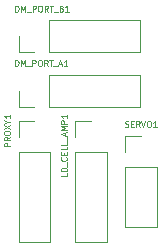
<source format=gbr>
%TF.GenerationSoftware,KiCad,Pcbnew,9.0.0*%
%TF.CreationDate,2025-04-25T12:11:25-04:00*%
%TF.ProjectId,PawPlans,50617750-6c61-46e7-932e-6b696361645f,0.5.0*%
%TF.SameCoordinates,Original*%
%TF.FileFunction,Legend,Top*%
%TF.FilePolarity,Positive*%
%FSLAX46Y46*%
G04 Gerber Fmt 4.6, Leading zero omitted, Abs format (unit mm)*
G04 Created by KiCad (PCBNEW 9.0.0) date 2025-04-25 12:11:25*
%MOMM*%
%LPD*%
G01*
G04 APERTURE LIST*
%ADD10C,0.062500*%
%ADD11C,0.120000*%
G04 APERTURE END LIST*
D10*
X98360165Y-61535559D02*
X98360165Y-61035559D01*
X98360165Y-61035559D02*
X98479213Y-61035559D01*
X98479213Y-61035559D02*
X98550641Y-61059369D01*
X98550641Y-61059369D02*
X98598260Y-61106988D01*
X98598260Y-61106988D02*
X98622070Y-61154607D01*
X98622070Y-61154607D02*
X98645879Y-61249845D01*
X98645879Y-61249845D02*
X98645879Y-61321273D01*
X98645879Y-61321273D02*
X98622070Y-61416511D01*
X98622070Y-61416511D02*
X98598260Y-61464130D01*
X98598260Y-61464130D02*
X98550641Y-61511750D01*
X98550641Y-61511750D02*
X98479213Y-61535559D01*
X98479213Y-61535559D02*
X98360165Y-61535559D01*
X98860165Y-61535559D02*
X98860165Y-61035559D01*
X98860165Y-61035559D02*
X99026832Y-61392702D01*
X99026832Y-61392702D02*
X99193498Y-61035559D01*
X99193498Y-61035559D02*
X99193498Y-61535559D01*
X99312547Y-61583178D02*
X99693499Y-61583178D01*
X99812546Y-61535559D02*
X99812546Y-61035559D01*
X99812546Y-61035559D02*
X100003022Y-61035559D01*
X100003022Y-61035559D02*
X100050641Y-61059369D01*
X100050641Y-61059369D02*
X100074451Y-61083178D01*
X100074451Y-61083178D02*
X100098260Y-61130797D01*
X100098260Y-61130797D02*
X100098260Y-61202226D01*
X100098260Y-61202226D02*
X100074451Y-61249845D01*
X100074451Y-61249845D02*
X100050641Y-61273654D01*
X100050641Y-61273654D02*
X100003022Y-61297464D01*
X100003022Y-61297464D02*
X99812546Y-61297464D01*
X100407784Y-61035559D02*
X100503022Y-61035559D01*
X100503022Y-61035559D02*
X100550641Y-61059369D01*
X100550641Y-61059369D02*
X100598260Y-61106988D01*
X100598260Y-61106988D02*
X100622070Y-61202226D01*
X100622070Y-61202226D02*
X100622070Y-61368892D01*
X100622070Y-61368892D02*
X100598260Y-61464130D01*
X100598260Y-61464130D02*
X100550641Y-61511750D01*
X100550641Y-61511750D02*
X100503022Y-61535559D01*
X100503022Y-61535559D02*
X100407784Y-61535559D01*
X100407784Y-61535559D02*
X100360165Y-61511750D01*
X100360165Y-61511750D02*
X100312546Y-61464130D01*
X100312546Y-61464130D02*
X100288737Y-61368892D01*
X100288737Y-61368892D02*
X100288737Y-61202226D01*
X100288737Y-61202226D02*
X100312546Y-61106988D01*
X100312546Y-61106988D02*
X100360165Y-61059369D01*
X100360165Y-61059369D02*
X100407784Y-61035559D01*
X101122070Y-61535559D02*
X100955404Y-61297464D01*
X100836356Y-61535559D02*
X100836356Y-61035559D01*
X100836356Y-61035559D02*
X101026832Y-61035559D01*
X101026832Y-61035559D02*
X101074451Y-61059369D01*
X101074451Y-61059369D02*
X101098261Y-61083178D01*
X101098261Y-61083178D02*
X101122070Y-61130797D01*
X101122070Y-61130797D02*
X101122070Y-61202226D01*
X101122070Y-61202226D02*
X101098261Y-61249845D01*
X101098261Y-61249845D02*
X101074451Y-61273654D01*
X101074451Y-61273654D02*
X101026832Y-61297464D01*
X101026832Y-61297464D02*
X100836356Y-61297464D01*
X101264928Y-61035559D02*
X101550642Y-61035559D01*
X101407785Y-61535559D02*
X101407785Y-61035559D01*
X101598261Y-61583178D02*
X101979213Y-61583178D01*
X102074451Y-61392702D02*
X102312546Y-61392702D01*
X102026832Y-61535559D02*
X102193498Y-61035559D01*
X102193498Y-61035559D02*
X102360165Y-61535559D01*
X102788736Y-61535559D02*
X102503022Y-61535559D01*
X102645879Y-61535559D02*
X102645879Y-61035559D01*
X102645879Y-61035559D02*
X102598260Y-61106988D01*
X102598260Y-61106988D02*
X102550641Y-61154607D01*
X102550641Y-61154607D02*
X102503022Y-61178416D01*
X98380165Y-56935559D02*
X98380165Y-56435559D01*
X98380165Y-56435559D02*
X98499213Y-56435559D01*
X98499213Y-56435559D02*
X98570641Y-56459369D01*
X98570641Y-56459369D02*
X98618260Y-56506988D01*
X98618260Y-56506988D02*
X98642070Y-56554607D01*
X98642070Y-56554607D02*
X98665879Y-56649845D01*
X98665879Y-56649845D02*
X98665879Y-56721273D01*
X98665879Y-56721273D02*
X98642070Y-56816511D01*
X98642070Y-56816511D02*
X98618260Y-56864130D01*
X98618260Y-56864130D02*
X98570641Y-56911750D01*
X98570641Y-56911750D02*
X98499213Y-56935559D01*
X98499213Y-56935559D02*
X98380165Y-56935559D01*
X98880165Y-56935559D02*
X98880165Y-56435559D01*
X98880165Y-56435559D02*
X99046832Y-56792702D01*
X99046832Y-56792702D02*
X99213498Y-56435559D01*
X99213498Y-56435559D02*
X99213498Y-56935559D01*
X99332547Y-56983178D02*
X99713499Y-56983178D01*
X99832546Y-56935559D02*
X99832546Y-56435559D01*
X99832546Y-56435559D02*
X100023022Y-56435559D01*
X100023022Y-56435559D02*
X100070641Y-56459369D01*
X100070641Y-56459369D02*
X100094451Y-56483178D01*
X100094451Y-56483178D02*
X100118260Y-56530797D01*
X100118260Y-56530797D02*
X100118260Y-56602226D01*
X100118260Y-56602226D02*
X100094451Y-56649845D01*
X100094451Y-56649845D02*
X100070641Y-56673654D01*
X100070641Y-56673654D02*
X100023022Y-56697464D01*
X100023022Y-56697464D02*
X99832546Y-56697464D01*
X100427784Y-56435559D02*
X100523022Y-56435559D01*
X100523022Y-56435559D02*
X100570641Y-56459369D01*
X100570641Y-56459369D02*
X100618260Y-56506988D01*
X100618260Y-56506988D02*
X100642070Y-56602226D01*
X100642070Y-56602226D02*
X100642070Y-56768892D01*
X100642070Y-56768892D02*
X100618260Y-56864130D01*
X100618260Y-56864130D02*
X100570641Y-56911750D01*
X100570641Y-56911750D02*
X100523022Y-56935559D01*
X100523022Y-56935559D02*
X100427784Y-56935559D01*
X100427784Y-56935559D02*
X100380165Y-56911750D01*
X100380165Y-56911750D02*
X100332546Y-56864130D01*
X100332546Y-56864130D02*
X100308737Y-56768892D01*
X100308737Y-56768892D02*
X100308737Y-56602226D01*
X100308737Y-56602226D02*
X100332546Y-56506988D01*
X100332546Y-56506988D02*
X100380165Y-56459369D01*
X100380165Y-56459369D02*
X100427784Y-56435559D01*
X101142070Y-56935559D02*
X100975404Y-56697464D01*
X100856356Y-56935559D02*
X100856356Y-56435559D01*
X100856356Y-56435559D02*
X101046832Y-56435559D01*
X101046832Y-56435559D02*
X101094451Y-56459369D01*
X101094451Y-56459369D02*
X101118261Y-56483178D01*
X101118261Y-56483178D02*
X101142070Y-56530797D01*
X101142070Y-56530797D02*
X101142070Y-56602226D01*
X101142070Y-56602226D02*
X101118261Y-56649845D01*
X101118261Y-56649845D02*
X101094451Y-56673654D01*
X101094451Y-56673654D02*
X101046832Y-56697464D01*
X101046832Y-56697464D02*
X100856356Y-56697464D01*
X101284928Y-56435559D02*
X101570642Y-56435559D01*
X101427785Y-56935559D02*
X101427785Y-56435559D01*
X101618261Y-56983178D02*
X101999213Y-56983178D01*
X102284927Y-56673654D02*
X102356355Y-56697464D01*
X102356355Y-56697464D02*
X102380165Y-56721273D01*
X102380165Y-56721273D02*
X102403974Y-56768892D01*
X102403974Y-56768892D02*
X102403974Y-56840321D01*
X102403974Y-56840321D02*
X102380165Y-56887940D01*
X102380165Y-56887940D02*
X102356355Y-56911750D01*
X102356355Y-56911750D02*
X102308736Y-56935559D01*
X102308736Y-56935559D02*
X102118260Y-56935559D01*
X102118260Y-56935559D02*
X102118260Y-56435559D01*
X102118260Y-56435559D02*
X102284927Y-56435559D01*
X102284927Y-56435559D02*
X102332546Y-56459369D01*
X102332546Y-56459369D02*
X102356355Y-56483178D01*
X102356355Y-56483178D02*
X102380165Y-56530797D01*
X102380165Y-56530797D02*
X102380165Y-56578416D01*
X102380165Y-56578416D02*
X102356355Y-56626035D01*
X102356355Y-56626035D02*
X102332546Y-56649845D01*
X102332546Y-56649845D02*
X102284927Y-56673654D01*
X102284927Y-56673654D02*
X102118260Y-56673654D01*
X102880165Y-56935559D02*
X102594451Y-56935559D01*
X102737308Y-56935559D02*
X102737308Y-56435559D01*
X102737308Y-56435559D02*
X102689689Y-56506988D01*
X102689689Y-56506988D02*
X102642070Y-56554607D01*
X102642070Y-56554607D02*
X102594451Y-56578416D01*
X102735559Y-70613736D02*
X102735559Y-70851831D01*
X102735559Y-70851831D02*
X102235559Y-70851831D01*
X102735559Y-70447069D02*
X102235559Y-70447069D01*
X102235559Y-70447069D02*
X102235559Y-70328021D01*
X102235559Y-70328021D02*
X102259369Y-70256593D01*
X102259369Y-70256593D02*
X102306988Y-70208974D01*
X102306988Y-70208974D02*
X102354607Y-70185164D01*
X102354607Y-70185164D02*
X102449845Y-70161355D01*
X102449845Y-70161355D02*
X102521273Y-70161355D01*
X102521273Y-70161355D02*
X102616511Y-70185164D01*
X102616511Y-70185164D02*
X102664130Y-70208974D01*
X102664130Y-70208974D02*
X102711750Y-70256593D01*
X102711750Y-70256593D02*
X102735559Y-70328021D01*
X102735559Y-70328021D02*
X102735559Y-70447069D01*
X102783178Y-70066117D02*
X102783178Y-69685164D01*
X102687940Y-69280403D02*
X102711750Y-69304212D01*
X102711750Y-69304212D02*
X102735559Y-69375641D01*
X102735559Y-69375641D02*
X102735559Y-69423260D01*
X102735559Y-69423260D02*
X102711750Y-69494688D01*
X102711750Y-69494688D02*
X102664130Y-69542307D01*
X102664130Y-69542307D02*
X102616511Y-69566117D01*
X102616511Y-69566117D02*
X102521273Y-69589926D01*
X102521273Y-69589926D02*
X102449845Y-69589926D01*
X102449845Y-69589926D02*
X102354607Y-69566117D01*
X102354607Y-69566117D02*
X102306988Y-69542307D01*
X102306988Y-69542307D02*
X102259369Y-69494688D01*
X102259369Y-69494688D02*
X102235559Y-69423260D01*
X102235559Y-69423260D02*
X102235559Y-69375641D01*
X102235559Y-69375641D02*
X102259369Y-69304212D01*
X102259369Y-69304212D02*
X102283178Y-69280403D01*
X102473654Y-69066117D02*
X102473654Y-68899450D01*
X102735559Y-68828022D02*
X102735559Y-69066117D01*
X102735559Y-69066117D02*
X102235559Y-69066117D01*
X102235559Y-69066117D02*
X102235559Y-68828022D01*
X102735559Y-68375641D02*
X102735559Y-68613736D01*
X102735559Y-68613736D02*
X102235559Y-68613736D01*
X102735559Y-67970879D02*
X102735559Y-68208974D01*
X102735559Y-68208974D02*
X102235559Y-68208974D01*
X102783178Y-67923260D02*
X102783178Y-67542307D01*
X102592702Y-67447069D02*
X102592702Y-67208974D01*
X102735559Y-67494688D02*
X102235559Y-67328022D01*
X102235559Y-67328022D02*
X102735559Y-67161355D01*
X102735559Y-66994689D02*
X102235559Y-66994689D01*
X102235559Y-66994689D02*
X102592702Y-66828022D01*
X102592702Y-66828022D02*
X102235559Y-66661356D01*
X102235559Y-66661356D02*
X102735559Y-66661356D01*
X102735559Y-66423260D02*
X102235559Y-66423260D01*
X102235559Y-66423260D02*
X102235559Y-66232784D01*
X102235559Y-66232784D02*
X102259369Y-66185165D01*
X102259369Y-66185165D02*
X102283178Y-66161355D01*
X102283178Y-66161355D02*
X102330797Y-66137546D01*
X102330797Y-66137546D02*
X102402226Y-66137546D01*
X102402226Y-66137546D02*
X102449845Y-66161355D01*
X102449845Y-66161355D02*
X102473654Y-66185165D01*
X102473654Y-66185165D02*
X102497464Y-66232784D01*
X102497464Y-66232784D02*
X102497464Y-66423260D01*
X102735559Y-65661355D02*
X102735559Y-65947069D01*
X102735559Y-65804212D02*
X102235559Y-65804212D01*
X102235559Y-65804212D02*
X102306988Y-65851831D01*
X102306988Y-65851831D02*
X102354607Y-65899450D01*
X102354607Y-65899450D02*
X102378416Y-65947069D01*
X107666667Y-66674250D02*
X107738095Y-66698059D01*
X107738095Y-66698059D02*
X107857143Y-66698059D01*
X107857143Y-66698059D02*
X107904762Y-66674250D01*
X107904762Y-66674250D02*
X107928571Y-66650440D01*
X107928571Y-66650440D02*
X107952381Y-66602821D01*
X107952381Y-66602821D02*
X107952381Y-66555202D01*
X107952381Y-66555202D02*
X107928571Y-66507583D01*
X107928571Y-66507583D02*
X107904762Y-66483773D01*
X107904762Y-66483773D02*
X107857143Y-66459964D01*
X107857143Y-66459964D02*
X107761905Y-66436154D01*
X107761905Y-66436154D02*
X107714286Y-66412345D01*
X107714286Y-66412345D02*
X107690476Y-66388535D01*
X107690476Y-66388535D02*
X107666667Y-66340916D01*
X107666667Y-66340916D02*
X107666667Y-66293297D01*
X107666667Y-66293297D02*
X107690476Y-66245678D01*
X107690476Y-66245678D02*
X107714286Y-66221869D01*
X107714286Y-66221869D02*
X107761905Y-66198059D01*
X107761905Y-66198059D02*
X107880952Y-66198059D01*
X107880952Y-66198059D02*
X107952381Y-66221869D01*
X108166666Y-66436154D02*
X108333333Y-66436154D01*
X108404761Y-66698059D02*
X108166666Y-66698059D01*
X108166666Y-66698059D02*
X108166666Y-66198059D01*
X108166666Y-66198059D02*
X108404761Y-66198059D01*
X108904761Y-66698059D02*
X108738095Y-66459964D01*
X108619047Y-66698059D02*
X108619047Y-66198059D01*
X108619047Y-66198059D02*
X108809523Y-66198059D01*
X108809523Y-66198059D02*
X108857142Y-66221869D01*
X108857142Y-66221869D02*
X108880952Y-66245678D01*
X108880952Y-66245678D02*
X108904761Y-66293297D01*
X108904761Y-66293297D02*
X108904761Y-66364726D01*
X108904761Y-66364726D02*
X108880952Y-66412345D01*
X108880952Y-66412345D02*
X108857142Y-66436154D01*
X108857142Y-66436154D02*
X108809523Y-66459964D01*
X108809523Y-66459964D02*
X108619047Y-66459964D01*
X109047619Y-66198059D02*
X109214285Y-66698059D01*
X109214285Y-66698059D02*
X109380952Y-66198059D01*
X109642856Y-66198059D02*
X109738094Y-66198059D01*
X109738094Y-66198059D02*
X109785713Y-66221869D01*
X109785713Y-66221869D02*
X109833332Y-66269488D01*
X109833332Y-66269488D02*
X109857142Y-66364726D01*
X109857142Y-66364726D02*
X109857142Y-66531392D01*
X109857142Y-66531392D02*
X109833332Y-66626630D01*
X109833332Y-66626630D02*
X109785713Y-66674250D01*
X109785713Y-66674250D02*
X109738094Y-66698059D01*
X109738094Y-66698059D02*
X109642856Y-66698059D01*
X109642856Y-66698059D02*
X109595237Y-66674250D01*
X109595237Y-66674250D02*
X109547618Y-66626630D01*
X109547618Y-66626630D02*
X109523809Y-66531392D01*
X109523809Y-66531392D02*
X109523809Y-66364726D01*
X109523809Y-66364726D02*
X109547618Y-66269488D01*
X109547618Y-66269488D02*
X109595237Y-66221869D01*
X109595237Y-66221869D02*
X109642856Y-66198059D01*
X110333333Y-66698059D02*
X110047619Y-66698059D01*
X110190476Y-66698059D02*
X110190476Y-66198059D01*
X110190476Y-66198059D02*
X110142857Y-66269488D01*
X110142857Y-66269488D02*
X110095238Y-66317107D01*
X110095238Y-66317107D02*
X110047619Y-66340916D01*
X97935559Y-68351831D02*
X97435559Y-68351831D01*
X97435559Y-68351831D02*
X97435559Y-68161355D01*
X97435559Y-68161355D02*
X97459369Y-68113736D01*
X97459369Y-68113736D02*
X97483178Y-68089926D01*
X97483178Y-68089926D02*
X97530797Y-68066117D01*
X97530797Y-68066117D02*
X97602226Y-68066117D01*
X97602226Y-68066117D02*
X97649845Y-68089926D01*
X97649845Y-68089926D02*
X97673654Y-68113736D01*
X97673654Y-68113736D02*
X97697464Y-68161355D01*
X97697464Y-68161355D02*
X97697464Y-68351831D01*
X97935559Y-67566117D02*
X97697464Y-67732783D01*
X97935559Y-67851831D02*
X97435559Y-67851831D01*
X97435559Y-67851831D02*
X97435559Y-67661355D01*
X97435559Y-67661355D02*
X97459369Y-67613736D01*
X97459369Y-67613736D02*
X97483178Y-67589926D01*
X97483178Y-67589926D02*
X97530797Y-67566117D01*
X97530797Y-67566117D02*
X97602226Y-67566117D01*
X97602226Y-67566117D02*
X97649845Y-67589926D01*
X97649845Y-67589926D02*
X97673654Y-67613736D01*
X97673654Y-67613736D02*
X97697464Y-67661355D01*
X97697464Y-67661355D02*
X97697464Y-67851831D01*
X97435559Y-67256593D02*
X97435559Y-67161355D01*
X97435559Y-67161355D02*
X97459369Y-67113736D01*
X97459369Y-67113736D02*
X97506988Y-67066117D01*
X97506988Y-67066117D02*
X97602226Y-67042307D01*
X97602226Y-67042307D02*
X97768892Y-67042307D01*
X97768892Y-67042307D02*
X97864130Y-67066117D01*
X97864130Y-67066117D02*
X97911750Y-67113736D01*
X97911750Y-67113736D02*
X97935559Y-67161355D01*
X97935559Y-67161355D02*
X97935559Y-67256593D01*
X97935559Y-67256593D02*
X97911750Y-67304212D01*
X97911750Y-67304212D02*
X97864130Y-67351831D01*
X97864130Y-67351831D02*
X97768892Y-67375640D01*
X97768892Y-67375640D02*
X97602226Y-67375640D01*
X97602226Y-67375640D02*
X97506988Y-67351831D01*
X97506988Y-67351831D02*
X97459369Y-67304212D01*
X97459369Y-67304212D02*
X97435559Y-67256593D01*
X97435559Y-66875640D02*
X97935559Y-66542307D01*
X97435559Y-66542307D02*
X97935559Y-66875640D01*
X97697464Y-66256593D02*
X97935559Y-66256593D01*
X97435559Y-66423259D02*
X97697464Y-66256593D01*
X97697464Y-66256593D02*
X97435559Y-66089926D01*
X97935559Y-65661355D02*
X97935559Y-65947069D01*
X97935559Y-65804212D02*
X97435559Y-65804212D01*
X97435559Y-65804212D02*
X97506988Y-65851831D01*
X97506988Y-65851831D02*
X97554607Y-65899450D01*
X97554607Y-65899450D02*
X97578416Y-65947069D01*
D11*
%TO.C,DM_PORT_A1*%
X98670000Y-64980000D02*
X98670000Y-63650000D01*
X100000000Y-64980000D02*
X98670000Y-64980000D01*
X101270000Y-62320000D02*
X108950000Y-62320000D01*
X101270000Y-64980000D02*
X101270000Y-62320000D01*
X101270000Y-64980000D02*
X108950000Y-64980000D01*
X108950000Y-64980000D02*
X108950000Y-62320000D01*
%TO.C,DM_PORT_B1*%
X98670000Y-60330000D02*
X98670000Y-59000000D01*
X100000000Y-60330000D02*
X98670000Y-60330000D01*
X101270000Y-57670000D02*
X108950000Y-57670000D01*
X101270000Y-60330000D02*
X101270000Y-57670000D01*
X101270000Y-60330000D02*
X108950000Y-60330000D01*
X108950000Y-60330000D02*
X108950000Y-57670000D01*
%TO.C,LD_CELL_AMP1*%
X103470000Y-66195000D02*
X104800000Y-66195000D01*
X103470000Y-67525000D02*
X103470000Y-66195000D01*
X103470000Y-68795000D02*
X103470000Y-76475000D01*
X103470000Y-68795000D02*
X106130000Y-68795000D01*
X103470000Y-76475000D02*
X106130000Y-76475000D01*
X106130000Y-68795000D02*
X106130000Y-76475000D01*
%TO.C,SERVO1*%
X107670000Y-67470000D02*
X109000000Y-67470000D01*
X107670000Y-68800000D02*
X107670000Y-67470000D01*
X107670000Y-70070000D02*
X107670000Y-75210000D01*
X107670000Y-70070000D02*
X110330000Y-70070000D01*
X107670000Y-75210000D02*
X110330000Y-75210000D01*
X110330000Y-70070000D02*
X110330000Y-75210000D01*
%TO.C,PROXY1*%
X98670000Y-66195000D02*
X100000000Y-66195000D01*
X98670000Y-67525000D02*
X98670000Y-66195000D01*
X98670000Y-68795000D02*
X98670000Y-76475000D01*
X98670000Y-68795000D02*
X101330000Y-68795000D01*
X98670000Y-76475000D02*
X101330000Y-76475000D01*
X101330000Y-68795000D02*
X101330000Y-76475000D01*
%TD*%
M02*

</source>
